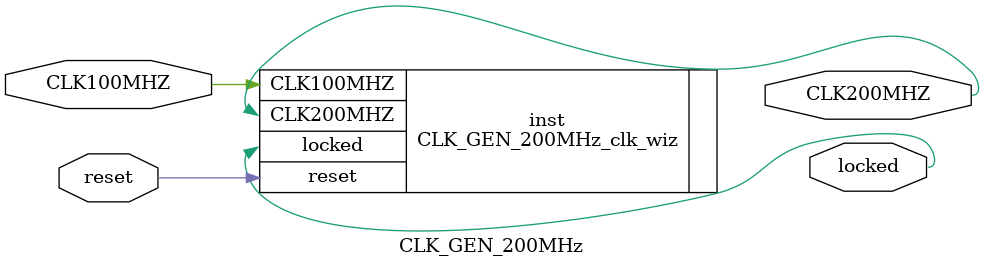
<source format=v>


`timescale 1ps/1ps

(* CORE_GENERATION_INFO = "CLK_GEN_200MHz,clk_wiz_v6_0_3_0_0,{component_name=CLK_GEN_200MHz,use_phase_alignment=true,use_min_o_jitter=false,use_max_i_jitter=false,use_dyn_phase_shift=false,use_inclk_switchover=false,use_dyn_reconfig=false,enable_axi=0,feedback_source=FDBK_AUTO,PRIMITIVE=PLL,num_out_clk=1,clkin1_period=10.000,clkin2_period=10.000,use_power_down=false,use_reset=true,use_locked=true,use_inclk_stopped=false,feedback_type=SINGLE,CLOCK_MGR_TYPE=NA,manual_override=false}" *)

module CLK_GEN_200MHz 
 (
  // Clock out ports
  output        CLK200MHZ,
  // Status and control signals
  input         reset,
  output        locked,
 // Clock in ports
  input         CLK100MHZ
 );

  CLK_GEN_200MHz_clk_wiz inst
  (
  // Clock out ports  
  .CLK200MHZ(CLK200MHZ),
  // Status and control signals               
  .reset(reset), 
  .locked(locked),
 // Clock in ports
  .CLK100MHZ(CLK100MHZ)
  );

endmodule

</source>
